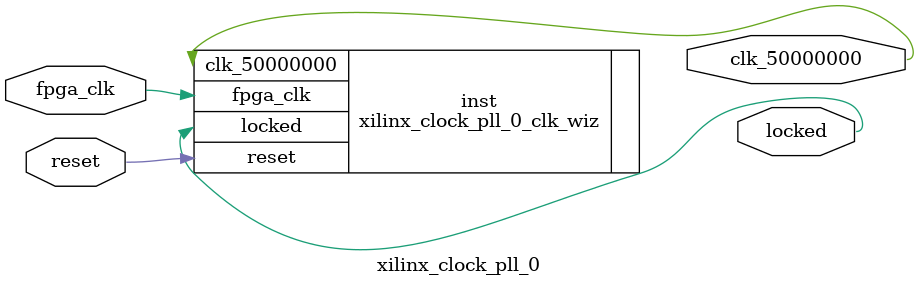
<source format=v>


`timescale 1ps/1ps

(* CORE_GENERATION_INFO = "xilinx_clock_pll_0,clk_wiz_v6_0_11_0_0,{component_name=xilinx_clock_pll_0,use_phase_alignment=true,use_min_o_jitter=false,use_max_i_jitter=false,use_dyn_phase_shift=false,use_inclk_switchover=false,use_dyn_reconfig=false,enable_axi=0,feedback_source=FDBK_AUTO,PRIMITIVE=MMCM,num_out_clk=1,clkin1_period=10.000,clkin2_period=10.000,use_power_down=false,use_reset=true,use_locked=true,use_inclk_stopped=false,feedback_type=SINGLE,CLOCK_MGR_TYPE=NA,manual_override=false}" *)

module xilinx_clock_pll_0 
 (
  // Clock out ports
  output        clk_50000000,
  // Status and control signals
  input         reset,
  output        locked,
 // Clock in ports
  input         fpga_clk
 );

  xilinx_clock_pll_0_clk_wiz inst
  (
  // Clock out ports  
  .clk_50000000(clk_50000000),
  // Status and control signals               
  .reset(reset), 
  .locked(locked),
 // Clock in ports
  .fpga_clk(fpga_clk)
  );

endmodule

</source>
